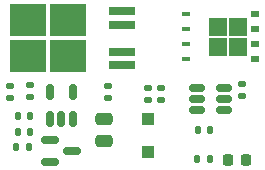
<source format=gbr>
%TF.GenerationSoftware,KiCad,Pcbnew,(6.0.6)*%
%TF.CreationDate,2022-10-10T16:19:53+08:00*%
%TF.ProjectId,NMOS_SWITCH,4e4d4f53-5f53-4574-9954-43482e6b6963,rev?*%
%TF.SameCoordinates,Original*%
%TF.FileFunction,Paste,Top*%
%TF.FilePolarity,Positive*%
%FSLAX46Y46*%
G04 Gerber Fmt 4.6, Leading zero omitted, Abs format (unit mm)*
G04 Created by KiCad (PCBNEW (6.0.6)) date 2022-10-10 16:19:53*
%MOMM*%
%LPD*%
G01*
G04 APERTURE LIST*
G04 Aperture macros list*
%AMRoundRect*
0 Rectangle with rounded corners*
0 $1 Rounding radius*
0 $2 $3 $4 $5 $6 $7 $8 $9 X,Y pos of 4 corners*
0 Add a 4 corners polygon primitive as box body*
4,1,4,$2,$3,$4,$5,$6,$7,$8,$9,$2,$3,0*
0 Add four circle primitives for the rounded corners*
1,1,$1+$1,$2,$3*
1,1,$1+$1,$4,$5*
1,1,$1+$1,$6,$7*
1,1,$1+$1,$8,$9*
0 Add four rect primitives between the rounded corners*
20,1,$1+$1,$2,$3,$4,$5,0*
20,1,$1+$1,$4,$5,$6,$7,0*
20,1,$1+$1,$6,$7,$8,$9,0*
20,1,$1+$1,$8,$9,$2,$3,0*%
G04 Aperture macros list end*
%ADD10RoundRect,0.135000X-0.135000X-0.185000X0.135000X-0.185000X0.135000X0.185000X-0.135000X0.185000X0*%
%ADD11RoundRect,0.135000X0.135000X0.185000X-0.135000X0.185000X-0.135000X-0.185000X0.135000X-0.185000X0*%
%ADD12R,1.500000X1.500000*%
%ADD13R,0.750000X0.500000*%
%ADD14R,0.750000X0.400000*%
%ADD15R,3.050000X2.750000*%
%ADD16R,2.200000X0.800000*%
%ADD17RoundRect,0.250000X0.475000X-0.250000X0.475000X0.250000X-0.475000X0.250000X-0.475000X-0.250000X0*%
%ADD18RoundRect,0.135000X0.185000X-0.135000X0.185000X0.135000X-0.185000X0.135000X-0.185000X-0.135000X0*%
%ADD19RoundRect,0.218750X0.218750X0.256250X-0.218750X0.256250X-0.218750X-0.256250X0.218750X-0.256250X0*%
%ADD20RoundRect,0.135000X-0.185000X0.135000X-0.185000X-0.135000X0.185000X-0.135000X0.185000X0.135000X0*%
%ADD21R,1.100000X1.100000*%
%ADD22RoundRect,0.150000X-0.587500X-0.150000X0.587500X-0.150000X0.587500X0.150000X-0.587500X0.150000X0*%
%ADD23RoundRect,0.150000X0.512500X0.150000X-0.512500X0.150000X-0.512500X-0.150000X0.512500X-0.150000X0*%
%ADD24RoundRect,0.150000X0.150000X-0.512500X0.150000X0.512500X-0.150000X0.512500X-0.150000X-0.512500X0*%
%ADD25RoundRect,0.140000X0.170000X-0.140000X0.170000X0.140000X-0.170000X0.140000X-0.170000X-0.140000X0*%
G04 APERTURE END LIST*
D10*
%TO.C,R10*%
X146690000Y-104000000D03*
X147710000Y-104000000D03*
%TD*%
%TO.C,R11*%
X146590000Y-105275000D03*
X147610000Y-105275000D03*
%TD*%
D11*
%TO.C,R8*%
X162960000Y-103825000D03*
X161940000Y-103825000D03*
%TD*%
D12*
%TO.C,Q2*%
X165350000Y-96750000D03*
D13*
X166755000Y-95265000D03*
X166755000Y-96535000D03*
D12*
X163650000Y-96750000D03*
D13*
X166755000Y-93995000D03*
D12*
X165350000Y-95050000D03*
D13*
X166755000Y-97805000D03*
D12*
X163650000Y-95050000D03*
D14*
X160950000Y-93995000D03*
X160950000Y-95265000D03*
X160950000Y-96535000D03*
X160950000Y-97805000D03*
%TD*%
D15*
%TO.C,U1*%
X147575000Y-97575000D03*
X150925000Y-94525000D03*
X147575000Y-94525000D03*
X150925000Y-97575000D03*
D16*
X155550000Y-98330000D03*
X155550000Y-97190000D03*
X155550000Y-94910000D03*
X155550000Y-93770000D03*
%TD*%
D17*
%TO.C,C1*%
X153975000Y-104750000D03*
X153975000Y-102850000D03*
%TD*%
D18*
%TO.C,R1*%
X146050000Y-101110000D03*
X146050000Y-100090000D03*
%TD*%
D19*
%TO.C,D3*%
X166037500Y-106325000D03*
X164462500Y-106325000D03*
%TD*%
D20*
%TO.C,R2*%
X147750000Y-100015000D03*
X147750000Y-101035000D03*
%TD*%
D18*
%TO.C,R4*%
X154375000Y-101135000D03*
X154375000Y-100115000D03*
%TD*%
D21*
%TO.C,D2*%
X157725000Y-102900000D03*
X157725000Y-105700000D03*
%TD*%
D20*
%TO.C,R6*%
X157700000Y-100215000D03*
X157700000Y-101235000D03*
%TD*%
D22*
%TO.C,Q1*%
X149387500Y-104650000D03*
X149387500Y-106550000D03*
X151262500Y-105600000D03*
%TD*%
D23*
%TO.C,U2*%
X164137500Y-102150000D03*
X164137500Y-101200000D03*
X164137500Y-100250000D03*
X161862500Y-100250000D03*
X161862500Y-101200000D03*
X161862500Y-102150000D03*
%TD*%
D24*
%TO.C,U3*%
X149450000Y-102837500D03*
X150400000Y-102837500D03*
X151350000Y-102837500D03*
X151350000Y-100562500D03*
X149450000Y-100562500D03*
%TD*%
D18*
%TO.C,R5*%
X158850000Y-101260000D03*
X158850000Y-100240000D03*
%TD*%
D10*
%TO.C,R7*%
X161915000Y-106275000D03*
X162935000Y-106275000D03*
%TD*%
D25*
%TO.C,C2*%
X165675000Y-100905000D03*
X165675000Y-99945000D03*
%TD*%
D11*
%TO.C,R9*%
X147710000Y-102650000D03*
X146690000Y-102650000D03*
%TD*%
M02*

</source>
